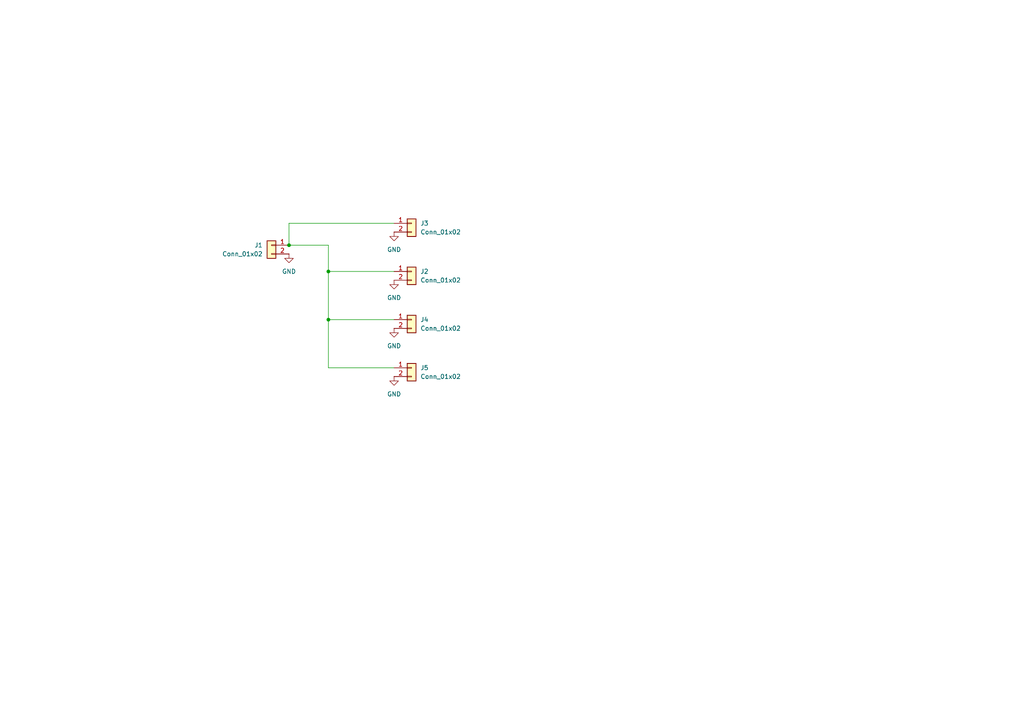
<source format=kicad_sch>
(kicad_sch (version 20231120) (generator "eeschema") (generator_version "8.0")
  (paper "A4")
  (lib_symbols
    (symbol "Connector_Generic:Conn_01x02" (pin_names (offset 1.016) hide)
      (property "Reference" "J" (at 0 2.54 0))
      (property "Value" "Conn_01x02" (at 0 -5.08 0))
      (symbol "Conn_01x02_1_1"
        (rectangle (start -1.27 -2.413) (end 0 -2.667) (stroke (width 0.1524)))
        (rectangle (start -1.27 0.127) (end 0 -0.127) (stroke (width 0.1524)))
        (rectangle (start -1.27 1.27) (end 1.27 -3.81) (stroke (width 0.254)) (fill (type background)))
        (pin passive line (at -5.08 0 0) (length 3.81) (name "Pin_1") (number "1"))
        (pin passive line (at -5.08 -2.54 0) (length 3.81) (name "Pin_2") (number "2"))
      )
    )
    (symbol "power:GND" (power) (pin_numbers hide) (pin_names (offset 0) hide)
      (property "Value" "GND" (at 0 -3.81 0))
      (symbol "GND_0_1"
        (polyline (pts (xy 0 0) (xy 0 -1.27) (xy 1.27 -1.27) (xy 0 -2.54) (xy -1.27 -1.27) (xy 0 -1.27)))
      )
      (symbol "GND_1_1"
        (pin power_in line (at 0 0 270) (length 0) (name "~") (number "1"))
      )
    )
  )
  (junction (at 95.25 92.71))
  (junction (at 95.25 78.74))
  (junction (at 83.82 71.12))
  (wire (pts (xy 95.25 92.71) (xy 95.25 106.68)))
  (wire (pts (xy 83.82 64.77) (xy 114.3 64.77)))
  (wire (pts (xy 95.25 71.12) (xy 95.25 78.74)))
  (wire (pts (xy 83.82 71.12) (xy 83.82 64.77)))
  (wire (pts (xy 95.25 92.71) (xy 114.3 92.71)))
  (wire (pts (xy 95.25 106.68) (xy 114.3 106.68)))
  (wire (pts (xy 83.82 71.12) (xy 95.25 71.12)))
  (wire (pts (xy 95.25 78.74) (xy 95.25 92.71)))
  (wire (pts (xy 95.25 78.74) (xy 114.3 78.74)))
  (symbol (lib_id "Connector_Generic:Conn_01x02") (at 119.38 92.71 0) (unit 1)
    (property "Reference" "J4" (at 121.92 92.7099 0) (effects (justify left)))
    (property "Value" "Conn_01x02" (at 121.92 95.2499 0) (effects (justify left)))
    (property "Footprint" "deans_fp:Deans Connector Female" (effects (hide yes)))
    (property "Description" "Generic connector, single row, 01x02, script generated (kicad-library-utils/schlib/autogen/connector/)" (effects (hide yes)))
  )
  (symbol (lib_id "power:GND") (at 114.3 95.25 0) (unit 1)
    (property "Reference" "#PWR04" (effects (hide yes)))
    (property "Value" "GND" (at 114.3 100.33 0))
    (property "Description" "Power symbol creates a global label with name \"GND\" , ground" (effects (hide yes)))
  )
  (symbol (lib_id "Connector_Generic:Conn_01x02") (at 119.38 106.68 0) (unit 1)
    (property "Reference" "J5" (at 121.92 106.6799 0) (effects (justify left)))
    (property "Value" "Conn_01x02" (at 121.92 109.2199 0) (effects (justify left)))
    (property "Footprint" "deans_fp:Deans Connector Female" (effects (hide yes)))
    (property "Description" "Generic connector, single row, 01x02, script generated (kicad-library-utils/schlib/autogen/connector/)" (effects (hide yes)))
  )
  (symbol (lib_id "power:GND") (at 83.82 73.66 0) (mirror y) (unit 1)
    (property "Reference" "#PWR01" (effects (hide yes)))
    (property "Value" "GND" (at 83.82 78.74 0))
    (property "Description" "Power symbol creates a global label with name \"GND\" , ground" (effects (hide yes)))
  )
  (symbol (lib_id "Connector_Generic:Conn_01x02") (at 78.74 71.12 0) (mirror y) (unit 1)
    (property "Reference" "J1" (at 76.2 71.1199 0) (effects (justify left)))
    (property "Value" "Conn_01x02" (at 76.2 73.6599 0) (effects (justify left)))
    (property "Footprint" "deans_fp:Deans Connector Male" (effects (hide yes)))
    (property "Description" "Generic connector, single row, 01x02, script generated (kicad-library-utils/schlib/autogen/connector/)" (effects (hide yes)))
  )
  (symbol (lib_id "power:GND") (at 114.3 81.28 0) (unit 1)
    (property "Reference" "#PWR02" (effects (hide yes)))
    (property "Value" "GND" (at 114.3 86.36 0))
    (property "Description" "Power symbol creates a global label with name \"GND\" , ground" (effects (hide yes)))
  )
  (symbol (lib_id "Connector_Generic:Conn_01x02") (at 119.38 78.74 0) (unit 1)
    (property "Reference" "J2" (at 121.92 78.7399 0) (effects (justify left)))
    (property "Value" "Conn_01x02" (at 121.92 81.2799 0) (effects (justify left)))
    (property "Footprint" "deans_fp:Deans Connector Female" (effects (hide yes)))
    (property "Description" "Generic connector, single row, 01x02, script generated (kicad-library-utils/schlib/autogen/connector/)" (effects (hide yes)))
  )
  (symbol (lib_id "power:GND") (at 114.3 109.22 0) (unit 1)
    (property "Reference" "#PWR05" (effects (hide yes)))
    (property "Value" "GND" (at 114.3 114.3 0))
    (property "Description" "Power symbol creates a global label with name \"GND\" , ground" (effects (hide yes)))
  )
  (symbol (lib_id "Connector_Generic:Conn_01x02") (at 119.38 64.77 0) (unit 1)
    (property "Reference" "J3" (at 121.92 64.7699 0) (effects (justify left)))
    (property "Value" "Conn_01x02" (at 121.92 67.3099 0) (effects (justify left)))
    (property "Footprint" "deans_fp:Deans Connector Female" (effects (hide yes)))
    (property "Description" "Generic connector, single row, 01x02, script generated (kicad-library-utils/schlib/autogen/connector/)" (effects (hide yes)))
  )
  (symbol (lib_id "power:GND") (at 114.3 67.31 0) (unit 1)
    (property "Reference" "#PWR03" (effects (hide yes)))
    (property "Value" "GND" (at 114.3 72.39 0))
    (property "Description" "Power symbol creates a global label with name \"GND\" , ground" (effects (hide yes)))
  )
)
</source>
